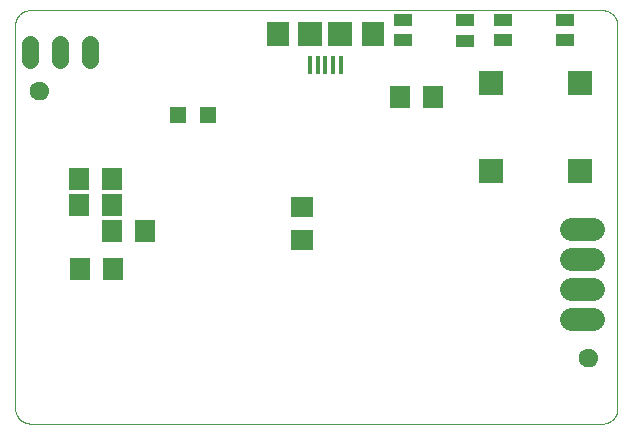
<source format=gbs>
G75*
%MOIN*%
%OFA0B0*%
%FSLAX25Y25*%
%IPPOS*%
%LPD*%
%AMOC8*
5,1,8,0,0,1.08239X$1,22.5*
%
%ADD10C,0.00000*%
%ADD11C,0.06306*%
%ADD12R,0.06699X0.07487*%
%ADD13R,0.01778X0.05912*%
%ADD14R,0.07487X0.07880*%
%ADD15R,0.07880X0.07880*%
%ADD16R,0.05400X0.05400*%
%ADD17R,0.08400X0.08400*%
%ADD18C,0.05600*%
%ADD19R,0.06400X0.04400*%
%ADD20R,0.07487X0.06699*%
%ADD21C,0.07800*%
D10*
X0012311Y0006800D02*
X0202587Y0006800D01*
X0202727Y0006802D01*
X0202867Y0006808D01*
X0203007Y0006818D01*
X0203147Y0006831D01*
X0203286Y0006849D01*
X0203425Y0006871D01*
X0203562Y0006896D01*
X0203700Y0006925D01*
X0203836Y0006958D01*
X0203971Y0006995D01*
X0204105Y0007036D01*
X0204238Y0007081D01*
X0204370Y0007129D01*
X0204500Y0007181D01*
X0204629Y0007236D01*
X0204756Y0007295D01*
X0204882Y0007358D01*
X0205006Y0007424D01*
X0205127Y0007493D01*
X0205247Y0007566D01*
X0205365Y0007643D01*
X0205480Y0007722D01*
X0205594Y0007805D01*
X0205704Y0007891D01*
X0205813Y0007980D01*
X0205919Y0008072D01*
X0206022Y0008167D01*
X0206123Y0008264D01*
X0206220Y0008365D01*
X0206315Y0008468D01*
X0206407Y0008574D01*
X0206496Y0008683D01*
X0206582Y0008793D01*
X0206665Y0008907D01*
X0206744Y0009022D01*
X0206821Y0009140D01*
X0206894Y0009260D01*
X0206963Y0009381D01*
X0207029Y0009505D01*
X0207092Y0009631D01*
X0207151Y0009758D01*
X0207206Y0009887D01*
X0207258Y0010017D01*
X0207306Y0010149D01*
X0207351Y0010282D01*
X0207392Y0010416D01*
X0207429Y0010551D01*
X0207462Y0010687D01*
X0207491Y0010825D01*
X0207516Y0010962D01*
X0207538Y0011101D01*
X0207556Y0011240D01*
X0207569Y0011380D01*
X0207579Y0011520D01*
X0207585Y0011660D01*
X0207587Y0011800D01*
X0207587Y0139595D01*
X0207585Y0139735D01*
X0207579Y0139875D01*
X0207569Y0140015D01*
X0207556Y0140155D01*
X0207538Y0140294D01*
X0207516Y0140433D01*
X0207491Y0140570D01*
X0207462Y0140708D01*
X0207429Y0140844D01*
X0207392Y0140979D01*
X0207351Y0141113D01*
X0207306Y0141246D01*
X0207258Y0141378D01*
X0207206Y0141508D01*
X0207151Y0141637D01*
X0207092Y0141764D01*
X0207029Y0141890D01*
X0206963Y0142014D01*
X0206894Y0142135D01*
X0206821Y0142255D01*
X0206744Y0142373D01*
X0206665Y0142488D01*
X0206582Y0142602D01*
X0206496Y0142712D01*
X0206407Y0142821D01*
X0206315Y0142927D01*
X0206220Y0143030D01*
X0206123Y0143131D01*
X0206022Y0143228D01*
X0205919Y0143323D01*
X0205813Y0143415D01*
X0205704Y0143504D01*
X0205594Y0143590D01*
X0205480Y0143673D01*
X0205365Y0143752D01*
X0205247Y0143829D01*
X0205127Y0143902D01*
X0205006Y0143971D01*
X0204882Y0144037D01*
X0204756Y0144100D01*
X0204629Y0144159D01*
X0204500Y0144214D01*
X0204370Y0144266D01*
X0204238Y0144314D01*
X0204105Y0144359D01*
X0203971Y0144400D01*
X0203836Y0144437D01*
X0203700Y0144470D01*
X0203562Y0144499D01*
X0203425Y0144524D01*
X0203286Y0144546D01*
X0203147Y0144564D01*
X0203007Y0144577D01*
X0202867Y0144587D01*
X0202727Y0144593D01*
X0202587Y0144595D01*
X0011819Y0144595D01*
X0011678Y0144593D01*
X0011538Y0144588D01*
X0011397Y0144578D01*
X0011257Y0144564D01*
X0011117Y0144547D01*
X0010978Y0144526D01*
X0010839Y0144500D01*
X0010702Y0144471D01*
X0010565Y0144438D01*
X0010429Y0144401D01*
X0010294Y0144360D01*
X0010160Y0144316D01*
X0010028Y0144268D01*
X0009897Y0144216D01*
X0009768Y0144160D01*
X0009640Y0144101D01*
X0009514Y0144038D01*
X0009389Y0143972D01*
X0009267Y0143902D01*
X0009147Y0143829D01*
X0009029Y0143752D01*
X0008913Y0143673D01*
X0008799Y0143590D01*
X0008687Y0143503D01*
X0008578Y0143414D01*
X0008472Y0143322D01*
X0008368Y0143226D01*
X0008267Y0143128D01*
X0008169Y0143027D01*
X0008074Y0142924D01*
X0007982Y0142817D01*
X0007892Y0142708D01*
X0007806Y0142597D01*
X0007723Y0142483D01*
X0007643Y0142367D01*
X0007567Y0142249D01*
X0007493Y0142129D01*
X0007424Y0142006D01*
X0007357Y0141882D01*
X0007294Y0141756D01*
X0007235Y0141628D01*
X0007180Y0141499D01*
X0007128Y0141368D01*
X0007079Y0141236D01*
X0007035Y0141102D01*
X0006994Y0140967D01*
X0006957Y0140831D01*
X0006924Y0140694D01*
X0006895Y0140557D01*
X0006870Y0140418D01*
X0006848Y0140279D01*
X0006831Y0140139D01*
X0006817Y0139999D01*
X0006807Y0139858D01*
X0006802Y0139718D01*
X0006800Y0139577D01*
X0006800Y0011780D01*
X0006810Y0011636D01*
X0006823Y0011492D01*
X0006841Y0011348D01*
X0006862Y0011205D01*
X0006888Y0011063D01*
X0006917Y0010921D01*
X0006950Y0010780D01*
X0006987Y0010641D01*
X0007028Y0010502D01*
X0007073Y0010364D01*
X0007121Y0010228D01*
X0007173Y0010093D01*
X0007229Y0009959D01*
X0007289Y0009828D01*
X0007352Y0009697D01*
X0007418Y0009569D01*
X0007488Y0009442D01*
X0007562Y0009318D01*
X0007639Y0009195D01*
X0007719Y0009075D01*
X0007803Y0008957D01*
X0007890Y0008841D01*
X0007980Y0008728D01*
X0008073Y0008617D01*
X0008169Y0008509D01*
X0008268Y0008404D01*
X0008370Y0008301D01*
X0008474Y0008201D01*
X0008581Y0008104D01*
X0008691Y0008010D01*
X0008804Y0007919D01*
X0008919Y0007831D01*
X0009036Y0007747D01*
X0009156Y0007665D01*
X0009278Y0007587D01*
X0009402Y0007512D01*
X0009527Y0007441D01*
X0009655Y0007373D01*
X0009785Y0007309D01*
X0009916Y0007249D01*
X0010049Y0007192D01*
X0010184Y0007138D01*
X0010320Y0007089D01*
X0010457Y0007043D01*
X0010595Y0007001D01*
X0010735Y0006963D01*
X0010875Y0006928D01*
X0011017Y0006898D01*
X0011159Y0006871D01*
X0011302Y0006848D01*
X0011445Y0006830D01*
X0011589Y0006815D01*
X0011733Y0006804D01*
X0011878Y0006797D01*
X0012022Y0006794D01*
X0012167Y0006795D01*
X0012312Y0006800D01*
X0194847Y0028800D02*
X0194849Y0028908D01*
X0194855Y0029017D01*
X0194865Y0029125D01*
X0194879Y0029232D01*
X0194897Y0029339D01*
X0194918Y0029446D01*
X0194944Y0029551D01*
X0194974Y0029656D01*
X0195007Y0029759D01*
X0195044Y0029861D01*
X0195085Y0029961D01*
X0195129Y0030060D01*
X0195178Y0030158D01*
X0195229Y0030253D01*
X0195284Y0030346D01*
X0195343Y0030438D01*
X0195405Y0030527D01*
X0195470Y0030614D01*
X0195538Y0030698D01*
X0195609Y0030780D01*
X0195683Y0030859D01*
X0195760Y0030935D01*
X0195840Y0031009D01*
X0195923Y0031079D01*
X0196008Y0031147D01*
X0196095Y0031211D01*
X0196185Y0031272D01*
X0196277Y0031330D01*
X0196371Y0031384D01*
X0196467Y0031435D01*
X0196564Y0031482D01*
X0196664Y0031526D01*
X0196765Y0031566D01*
X0196867Y0031602D01*
X0196970Y0031634D01*
X0197075Y0031663D01*
X0197181Y0031687D01*
X0197287Y0031708D01*
X0197394Y0031725D01*
X0197502Y0031738D01*
X0197610Y0031747D01*
X0197719Y0031752D01*
X0197827Y0031753D01*
X0197936Y0031750D01*
X0198044Y0031743D01*
X0198152Y0031732D01*
X0198259Y0031717D01*
X0198366Y0031698D01*
X0198472Y0031675D01*
X0198577Y0031649D01*
X0198682Y0031618D01*
X0198784Y0031584D01*
X0198886Y0031546D01*
X0198986Y0031504D01*
X0199085Y0031459D01*
X0199182Y0031410D01*
X0199276Y0031357D01*
X0199369Y0031301D01*
X0199460Y0031242D01*
X0199549Y0031179D01*
X0199635Y0031114D01*
X0199719Y0031045D01*
X0199800Y0030973D01*
X0199878Y0030898D01*
X0199954Y0030820D01*
X0200027Y0030739D01*
X0200097Y0030656D01*
X0200163Y0030571D01*
X0200227Y0030483D01*
X0200287Y0030392D01*
X0200344Y0030300D01*
X0200397Y0030205D01*
X0200447Y0030109D01*
X0200493Y0030011D01*
X0200536Y0029911D01*
X0200575Y0029810D01*
X0200610Y0029707D01*
X0200642Y0029604D01*
X0200669Y0029499D01*
X0200693Y0029393D01*
X0200713Y0029286D01*
X0200729Y0029179D01*
X0200741Y0029071D01*
X0200749Y0028963D01*
X0200753Y0028854D01*
X0200753Y0028746D01*
X0200749Y0028637D01*
X0200741Y0028529D01*
X0200729Y0028421D01*
X0200713Y0028314D01*
X0200693Y0028207D01*
X0200669Y0028101D01*
X0200642Y0027996D01*
X0200610Y0027893D01*
X0200575Y0027790D01*
X0200536Y0027689D01*
X0200493Y0027589D01*
X0200447Y0027491D01*
X0200397Y0027395D01*
X0200344Y0027300D01*
X0200287Y0027208D01*
X0200227Y0027117D01*
X0200163Y0027029D01*
X0200097Y0026944D01*
X0200027Y0026861D01*
X0199954Y0026780D01*
X0199878Y0026702D01*
X0199800Y0026627D01*
X0199719Y0026555D01*
X0199635Y0026486D01*
X0199549Y0026421D01*
X0199460Y0026358D01*
X0199369Y0026299D01*
X0199277Y0026243D01*
X0199182Y0026190D01*
X0199085Y0026141D01*
X0198986Y0026096D01*
X0198886Y0026054D01*
X0198784Y0026016D01*
X0198682Y0025982D01*
X0198577Y0025951D01*
X0198472Y0025925D01*
X0198366Y0025902D01*
X0198259Y0025883D01*
X0198152Y0025868D01*
X0198044Y0025857D01*
X0197936Y0025850D01*
X0197827Y0025847D01*
X0197719Y0025848D01*
X0197610Y0025853D01*
X0197502Y0025862D01*
X0197394Y0025875D01*
X0197287Y0025892D01*
X0197181Y0025913D01*
X0197075Y0025937D01*
X0196970Y0025966D01*
X0196867Y0025998D01*
X0196765Y0026034D01*
X0196664Y0026074D01*
X0196564Y0026118D01*
X0196467Y0026165D01*
X0196371Y0026216D01*
X0196277Y0026270D01*
X0196185Y0026328D01*
X0196095Y0026389D01*
X0196008Y0026453D01*
X0195923Y0026521D01*
X0195840Y0026591D01*
X0195760Y0026665D01*
X0195683Y0026741D01*
X0195609Y0026820D01*
X0195538Y0026902D01*
X0195470Y0026986D01*
X0195405Y0027073D01*
X0195343Y0027162D01*
X0195284Y0027254D01*
X0195229Y0027347D01*
X0195178Y0027442D01*
X0195129Y0027540D01*
X0195085Y0027639D01*
X0195044Y0027739D01*
X0195007Y0027841D01*
X0194974Y0027944D01*
X0194944Y0028049D01*
X0194918Y0028154D01*
X0194897Y0028261D01*
X0194879Y0028368D01*
X0194865Y0028475D01*
X0194855Y0028583D01*
X0194849Y0028692D01*
X0194847Y0028800D01*
X0011847Y0117800D02*
X0011849Y0117908D01*
X0011855Y0118017D01*
X0011865Y0118125D01*
X0011879Y0118232D01*
X0011897Y0118339D01*
X0011918Y0118446D01*
X0011944Y0118551D01*
X0011974Y0118656D01*
X0012007Y0118759D01*
X0012044Y0118861D01*
X0012085Y0118961D01*
X0012129Y0119060D01*
X0012178Y0119158D01*
X0012229Y0119253D01*
X0012284Y0119346D01*
X0012343Y0119438D01*
X0012405Y0119527D01*
X0012470Y0119614D01*
X0012538Y0119698D01*
X0012609Y0119780D01*
X0012683Y0119859D01*
X0012760Y0119935D01*
X0012840Y0120009D01*
X0012923Y0120079D01*
X0013008Y0120147D01*
X0013095Y0120211D01*
X0013185Y0120272D01*
X0013277Y0120330D01*
X0013371Y0120384D01*
X0013467Y0120435D01*
X0013564Y0120482D01*
X0013664Y0120526D01*
X0013765Y0120566D01*
X0013867Y0120602D01*
X0013970Y0120634D01*
X0014075Y0120663D01*
X0014181Y0120687D01*
X0014287Y0120708D01*
X0014394Y0120725D01*
X0014502Y0120738D01*
X0014610Y0120747D01*
X0014719Y0120752D01*
X0014827Y0120753D01*
X0014936Y0120750D01*
X0015044Y0120743D01*
X0015152Y0120732D01*
X0015259Y0120717D01*
X0015366Y0120698D01*
X0015472Y0120675D01*
X0015577Y0120649D01*
X0015682Y0120618D01*
X0015784Y0120584D01*
X0015886Y0120546D01*
X0015986Y0120504D01*
X0016085Y0120459D01*
X0016182Y0120410D01*
X0016276Y0120357D01*
X0016369Y0120301D01*
X0016460Y0120242D01*
X0016549Y0120179D01*
X0016635Y0120114D01*
X0016719Y0120045D01*
X0016800Y0119973D01*
X0016878Y0119898D01*
X0016954Y0119820D01*
X0017027Y0119739D01*
X0017097Y0119656D01*
X0017163Y0119571D01*
X0017227Y0119483D01*
X0017287Y0119392D01*
X0017344Y0119300D01*
X0017397Y0119205D01*
X0017447Y0119109D01*
X0017493Y0119011D01*
X0017536Y0118911D01*
X0017575Y0118810D01*
X0017610Y0118707D01*
X0017642Y0118604D01*
X0017669Y0118499D01*
X0017693Y0118393D01*
X0017713Y0118286D01*
X0017729Y0118179D01*
X0017741Y0118071D01*
X0017749Y0117963D01*
X0017753Y0117854D01*
X0017753Y0117746D01*
X0017749Y0117637D01*
X0017741Y0117529D01*
X0017729Y0117421D01*
X0017713Y0117314D01*
X0017693Y0117207D01*
X0017669Y0117101D01*
X0017642Y0116996D01*
X0017610Y0116893D01*
X0017575Y0116790D01*
X0017536Y0116689D01*
X0017493Y0116589D01*
X0017447Y0116491D01*
X0017397Y0116395D01*
X0017344Y0116300D01*
X0017287Y0116208D01*
X0017227Y0116117D01*
X0017163Y0116029D01*
X0017097Y0115944D01*
X0017027Y0115861D01*
X0016954Y0115780D01*
X0016878Y0115702D01*
X0016800Y0115627D01*
X0016719Y0115555D01*
X0016635Y0115486D01*
X0016549Y0115421D01*
X0016460Y0115358D01*
X0016369Y0115299D01*
X0016277Y0115243D01*
X0016182Y0115190D01*
X0016085Y0115141D01*
X0015986Y0115096D01*
X0015886Y0115054D01*
X0015784Y0115016D01*
X0015682Y0114982D01*
X0015577Y0114951D01*
X0015472Y0114925D01*
X0015366Y0114902D01*
X0015259Y0114883D01*
X0015152Y0114868D01*
X0015044Y0114857D01*
X0014936Y0114850D01*
X0014827Y0114847D01*
X0014719Y0114848D01*
X0014610Y0114853D01*
X0014502Y0114862D01*
X0014394Y0114875D01*
X0014287Y0114892D01*
X0014181Y0114913D01*
X0014075Y0114937D01*
X0013970Y0114966D01*
X0013867Y0114998D01*
X0013765Y0115034D01*
X0013664Y0115074D01*
X0013564Y0115118D01*
X0013467Y0115165D01*
X0013371Y0115216D01*
X0013277Y0115270D01*
X0013185Y0115328D01*
X0013095Y0115389D01*
X0013008Y0115453D01*
X0012923Y0115521D01*
X0012840Y0115591D01*
X0012760Y0115665D01*
X0012683Y0115741D01*
X0012609Y0115820D01*
X0012538Y0115902D01*
X0012470Y0115986D01*
X0012405Y0116073D01*
X0012343Y0116162D01*
X0012284Y0116254D01*
X0012229Y0116347D01*
X0012178Y0116442D01*
X0012129Y0116540D01*
X0012085Y0116639D01*
X0012044Y0116739D01*
X0012007Y0116841D01*
X0011974Y0116944D01*
X0011944Y0117049D01*
X0011918Y0117154D01*
X0011897Y0117261D01*
X0011879Y0117368D01*
X0011865Y0117475D01*
X0011855Y0117583D01*
X0011849Y0117692D01*
X0011847Y0117800D01*
D11*
X0014800Y0117800D03*
X0197800Y0028800D03*
D12*
X0050212Y0071055D03*
X0039188Y0071055D03*
X0039212Y0079698D03*
X0028188Y0079698D03*
X0028188Y0088257D03*
X0039212Y0088257D03*
X0039462Y0058350D03*
X0028438Y0058350D03*
X0135038Y0115800D03*
X0146062Y0115800D03*
D13*
X0115343Y0126288D03*
X0112784Y0126288D03*
X0110225Y0126288D03*
X0107666Y0126288D03*
X0105107Y0126288D03*
D14*
X0094477Y0136721D03*
X0125973Y0136721D03*
D15*
X0115225Y0136721D03*
X0105225Y0136721D03*
D16*
X0071272Y0109571D03*
X0061272Y0109571D03*
D17*
X0165535Y0120500D03*
X0195063Y0120500D03*
X0195063Y0090972D03*
X0165535Y0090972D03*
D18*
X0031757Y0128011D02*
X0031757Y0133211D01*
X0021757Y0133211D02*
X0021757Y0128011D01*
X0011757Y0128011D02*
X0011757Y0133211D01*
D19*
X0136138Y0134590D03*
X0136138Y0141190D03*
X0156938Y0141190D03*
X0156938Y0134490D03*
X0169302Y0134840D03*
X0169302Y0141440D03*
X0190102Y0141440D03*
X0190102Y0134740D03*
D20*
X0102515Y0079013D03*
X0102515Y0067989D03*
D21*
X0192100Y0071800D02*
X0199500Y0071800D01*
X0199500Y0061800D02*
X0192100Y0061800D01*
X0192100Y0051800D02*
X0199500Y0051800D01*
X0199500Y0041800D02*
X0192100Y0041800D01*
M02*

</source>
